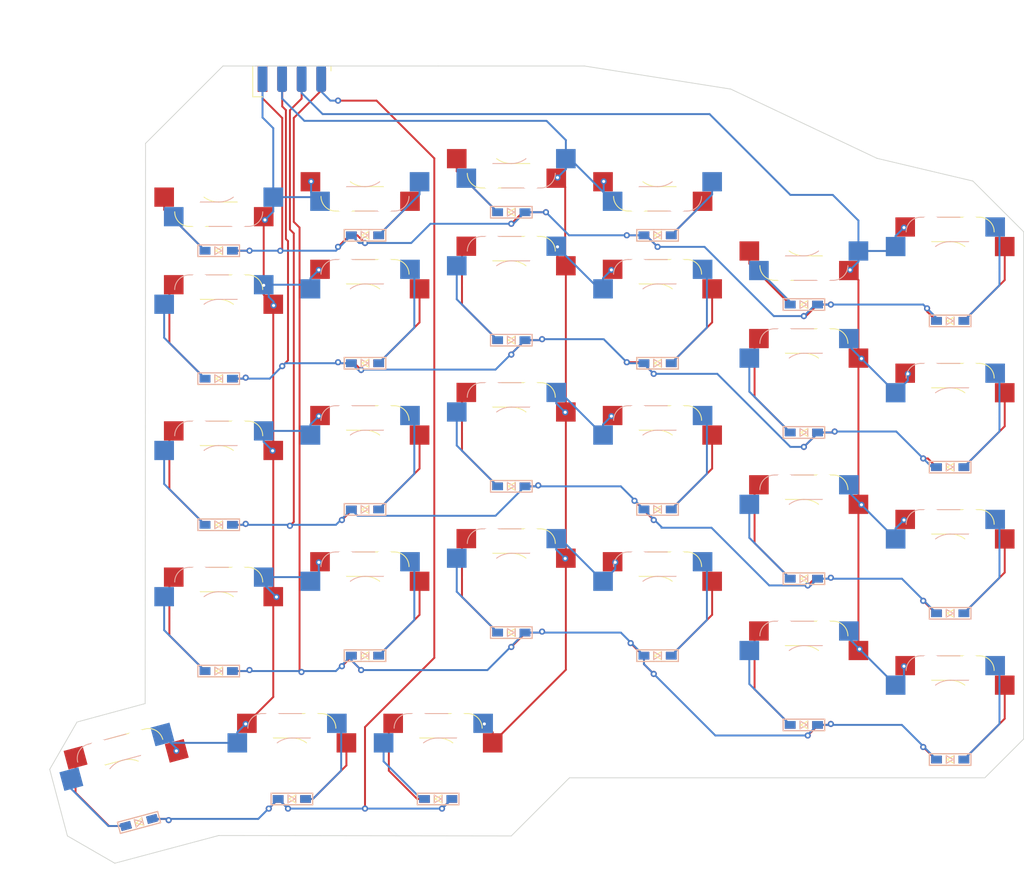
<source format=kicad_pcb>
(kicad_pcb (version 20221018) (generator pcbnew)
  (title_block (title "Pragmatic 54A (Duplex Matrix)") (date "2023-09-16") (rev "1") (company "Pragmatic Inc.") (comment 1 "by James Sa"))
  (layers (0 "F.Cu" signal) (31 "B.Cu" signal) (34 "B.Paste" user) (35 "F.Paste" user) (36 "B.SilkS" user "B.Silkscreen") (37 "F.SilkS" user "F.Silkscreen") (38 "B.Mask" user) (39 "F.Mask" user) (44 "Edge.Cuts" user))
  (net 0 "")
  (net 1 "Row 1")
  (net 2 "Net-(D1-A)")
  (net 3 "Net-(D2-K)")
  (net 4 "Net-(D3-A)")
  (net 5 "Net-(D4-K)")
  (net 6 "Net-(D5-A)")
  (net 7 "Net-(D6-K)")
  (net 8 "Net-(D7-A)")
  (net 9 "Net-(D8-K)")
  (net 10 "Net-(D9-A)")
  (net 11 "Net-(D10-K)")
  (net 12 "Net-(D11-A)")
  (net 13 "Net-(D12-K)")
  (net 14 "Row 2")
  (net 15 "Net-(D13-A)")
  (net 16 "Net-(D14-K)")
  (net 17 "Net-(D15-A)")
  (net 18 "Net-(D16-K)")
  (net 19 "Net-(D17-A)")
  (net 20 "Net-(D18-K)")
  (net 21 "Net-(D19-A)")
  (net 22 "Net-(D20-K)")
  (net 23 "Net-(D21-A)")
  (net 24 "Net-(D22-K)")
  (net 25 "Net-(D23-A)")
  (net 26 "Net-(D24-K)")
  (net 27 "Row 3")
  (net 28 "Net-(D25-A)")
  (net 29 "Net-(D26-K)")
  (net 30 "Net-(D27-A)")
  (net 31 "Net-(D28-K)")
  (net 32 "Net-(D29-A)")
  (net 33 "Net-(D30-K)")
  (net 34 "Net-(D31-A)")
  (net 35 "Net-(D32-K)")
  (net 36 "Net-(D33-A)")
  (net 37 "Net-(D34-K)")
  (net 38 "Net-(D35-A)")
  (net 39 "Net-(D36-K)")
  (net 40 "Row 4")
  (net 41 "Net-(D37-A)")
  (net 42 "Net-(D38-K)")
  (net 43 "Net-(D39-A)")
  (net 44 "Net-(D40-K)")
  (net 45 "Net-(D41-A)")
  (net 46 "Net-(D42-K)")
  (net 47 "Net-(D43-A)")
  (net 48 "Net-(D44-K)")
  (net 49 "Net-(D45-A)")
  (net 50 "Net-(D46-K)")
  (net 51 "Net-(D47-A)")
  (net 52 "Net-(D48-K)")
  (net 53 "Row 5")
  (net 54 "Net-(D52-K)")
  (net 55 "Net-(D53-A)")
  (net 56 "Net-(D54-K)")
  (net 57 "Net-(D55-A)")
  (net 58 "Net-(D56-K)")
  (net 59 "Net-(D57-A)")
  (net 60 "C12")
  (net 61 "C34")
  (net 62 "C56")
  (footprint "Keyboard_JSA:MX_Hotswap Reverse" (layer "F.Cu") (at 35.865 126.282 15)
    (fp_text reference "SW54" hide)
    (fp_text value "SW_Push_45deg" hide)
  )
  (footprint "Keyboard_JSA:MX_Hotswap" (layer "F.Cu") (at 123.5 111.5)
    (fp_text reference "SW47" hide)
    (fp_text value "SW_Push_45deg" hide)
  )
  (footprint "Keyboard_Foostan:D3_SMD_v2" (layer "F.Cu") (at 142.5 85.125)
    (fp_text reference "D13" hide)
    (fp_text value "1N4448W" hide)
  )
  (footprint "Keyboard_Foostan:D3_SMD_v2" (layer "F.Cu") (at 85.5 87.625)
    (fp_text reference "D28" hide)
    (fp_text value "1N4448W" hide)
  )
  (footprint "Keyboard_JSA:MX_Hotswap Reverse" (layer "F.Cu") (at 104.5 64.5)
    (fp_text reference "SW15" hide)
    (fp_text value "SW_Push_45deg" hide)
  )
  (footprint "Keyboard_JSA:MX_Hotswap" (layer "F.Cu") (at 47.5 104.5)
    (fp_text reference "SW43" hide)
    (fp_text value "SW_Push_45deg" hide)
  )
  (footprint "Keyboard_JSA:MX_Hotswap" (layer "F.Cu") (at 123.5 73.5)
    (fp_text reference "SW23" hide)
    (fp_text value "SW_Push_45deg" hide)
  )
  (footprint "Keyboard_JSA:MX_Hotswap Reverse" (layer "F.Cu") (at 104.5 83.5)
    (fp_text reference "SW27" hide)
    (fp_text value "SW_Push_45deg" hide)
  )
  (footprint "Keyboard_JSA:MX_Hotswap Reverse" (layer "F.Cu") (at 142.5 78)
    (fp_text reference "SW13" hide)
    (fp_text value "SW_Push_45deg" hide)
  )
  (footprint "Keyboard_Foostan:D3_SMD_v2" (layer "F.Cu") (at 85.5 52)
    (fp_text reference "D4" hide)
    (fp_text value "1N4448W" hide)
  )
  (footprint "Keyboard_JSA:MX_Hotswap Reverse" (layer "F.Cu") (at 142.5 59)
    (fp_text reference "SW1" hide)
    (fp_text value "SW_Push_45deg" hide)
  )
  (footprint "Keyboard_Foostan:D3_SMD_v2" (layer "F.Cu") (at 37.15 131.3 15)
    (fp_text reference "D54" hide)
    (fp_text value "1N4448W" hide)
  )
  (footprint "Keyboard_JSA:MX_Hotswap Reverse" (layer "F.Cu") (at 47.5 47.5 180)
    (fp_text reference "SW6" hide)
    (fp_text value "SW_Push_45deg" hide)
  )
  (footprint "Keyboard_Foostan:D3_SMD_v2" (layer "F.Cu") (at 47.5 92.625)
    (fp_text reference "D30" hide)
    (fp_text value "1N4448W" hide)
  )
  (footprint "Keyboard_Foostan:D3_SMD_v2" (layer "F.Cu") (at 142.5 123.125)
    (fp_text reference "D37" hide)
    (fp_text value "1N4448W" hide)
  )
  (footprint "Keyboard_JSA:MX_Hotswap" (layer "F.Cu") (at 142.5 78)
    (fp_text reference "SW24" hide)
    (fp_text value "SW_Push_45deg" hide)
  )
  (footprint "Keyboard_JSA:MX_Hotswap" (layer "F.Cu") (at 85.5 42.5 180)
    (fp_text reference "SW9" hide)
    (fp_text value "SW_Push_45deg" hide)
  )
  (footprint "Keyboard_JSA:MX_Hotswap" (layer "F.Cu") (at 104.5 45.5 180)
    (fp_text reference "SW10" hide)
    (fp_text value "SW_Push_45deg" hide)
  )
  (footprint "Keyboard_JSA:MX_Hotswap Reverse" (layer "F.Cu") (at 76 123.5)
    (fp_text reference "SW52" hide)
    (fp_text value "SW_Push_45deg" hide)
  )
  (footprint "Keyboard_JSA:MX_Hotswap Reverse" (layer "F.Cu") (at 66.5 83.5)
    (fp_text reference "SW29" hide)
    (fp_text value "SW_Push_45deg" hide)
  )
  (footprint "Keyboard_Foostan:D3_SMD_v2" (layer "F.Cu") (at 142.5 104.125)
    (fp_text reference "D25" hide)
    (fp_text value "1N4448W" hide)
  )
  (footprint "Keyboard_JSA:MX_Hotswap" (layer "F.Cu") (at 85.5 80.5)
    (fp_text reference "SW33" hide)
    (fp_text value "SW_Push_45deg" hide)
  )
  (footprint "Keyboard_Foostan:D3_SMD_v2" (layer "F.Cu") (at 57 128.25)
    (fp_text reference "D53" hide)
    (fp_text value "1N4448W" hide)
  )
  (footprint "Keyboard_Foostan:D3_SMD_v2" (layer "F.Cu") (at 123.5 64)
    (fp_text reference "D2" hide)
    (fp_text value "1N4448W" hide)
  )
  (footprint "Keyboard_JSA:MX_Hotswap" (layer "F.Cu") (at 104.5 64.5)
    (fp_text reference "SW22" hide)
    (fp_text value "SW_Push_45deg" hide)
  )
  (footprint "Keyboard_JSA:MX_Hotswap Reverse" (layer "F.Cu") (at 66.5 64.5)
    (fp_text reference "SW17" hide)
    (fp_text value "SW_Push_45deg" hide)
  )
  (footprint "Keyboard_JSA:MX_Hotswap" (layer "F.Cu") (at 76 123.5)
    (fp_text reference "SW57" hide)
    (fp_text value "SW_Push_45deg" hide)
  )
  (footprint "Keyboard_JSA:MX_Hotswap" (layer "F.Cu") (at 35.865 126.282 15)
    (fp_text reference "SW55" hide)
    (fp_text value "SW_Push_45deg" hide)
  )
  (footprint "Keyboard_JSA:MX_Hotswap Reverse" (layer "F.Cu") (at 66.5 102.5)
    (fp_text reference "SW41" hide)
    (fp_text value "SW_Push_45deg" hide)
  )
  (footprint "Keyboard_JSA:MX_Hotswap Reverse" (layer "F.Cu") (at 85.5 80.5)
    (fp_text reference "SW28" hide)
    (fp_text value "SW_Push_45deg" hide)
  )
  (footprint "Keyboard_JSA:MX_Hotswap" (layer "F.Cu") (at 123.5 54.5 180)
    (fp_text reference "SW11" hide)
    (fp_text value "SW_Push_45deg" hide)
  )
  (footprint "Keyboard_Foostan:D3_SMD_v2" (layer "F.Cu") (at 123.5 99.625)
    (fp_text reference "D26" hide)
    (fp_text value "1N4448W" hide)
  )
  (footprint "Keyboard_JSA:MX_Hotswap Reverse" (layer "F.Cu") (at 123.5 111.5)
    (fp_text reference "SW38" hide)
    (fp_text value "SW_Push_45deg" hide)
  )
  (footprint "Keyboard_JSA:MX_Hotswap" (layer "F.Cu") (at 85.5 61.5)
    (fp_text reference "SW21" hide)
    (fp_text value "SW_Push_45deg" hide)
  )
  (footprint "Keyboard_JSA:MX_Hotswap" (layer "F.Cu") (at 85.5 99.5)
    (fp_text reference "SW45" hide)
    (fp_text value "SW_Push_45deg" hide)
  )
  (footprint "Keyboard_JSA:MX_Hotswap" (layer "F.Cu") (at 47.5 66.5)
    (fp_text reference "SW19" hide)
    (fp_text value "SW_Push_45deg" hide)
  )
  (footprint "Keyboard_JSA:MX_Hotswap" (layer "F.Cu") (at 142.5 97)
    (fp_text reference "SW36" hide)
    (fp_text value "SW_Push_45deg" hide)
  )
  (footprint "Keyboard_JSA:MX_Hotswap Reverse" (layer "F.Cu") (at 123.5 54.5 180)
    (fp_text reference "SW2" hide)
    (fp_text value "SW_Push_45deg" hide)
  )
  (footprint "Keyboard_JSA:MX_Hotswap" (layer "F.Cu") (at 66.5 64.5)
    (fp_text reference "SW20" hide)
    (fp_text value "SW_Push_45deg" hide)
  )
  (footprint "Keyboard_Foostan:D3_SMD_v2" (layer "F.Cu") (at 47.5 73.625)
    (fp_text reference "D18" hide)
    (fp_text value "1N4448W" hide)
  )
  (footprint "Keyboard_Foostan:D3_SMD_v2" (layer "F.Cu") (at 104.5 55)
    (fp_text reference "D3" hide)
    (fp_text value "1N4448W" hide)
  )
  (footprint "Keyboard_JSA:MX_Hotswap" (layer "F.Cu") (at 104.5 83.5)
    (fp_text reference "SW34" hide)
    (fp_text value "SW_Push_45deg" hide)
  )
  (footprint "Keyboard_JSA:MX_Hotswap" (layer "F.Cu") (at 66.5 102.5)
    (fp_text reference "SW44" hide)
    (fp_text value "SW_Push_45deg" hide)
  )
  (footprint "Keyboard_JSA:MX_Hotswap" (layer "F.Cu") (at 142.5 116)
    (fp_text reference "SW48" hide)
    (fp_text value "SW_Push_45deg" hide)
  )
  (footprint "Keyboard_JSA:MX_Hotswap Reverse" (layer "F.Cu") (at 47.5 104.5)
    (fp_text reference "SW42" hide)
    (fp_text value "SW_Push_45deg" hide)
  )
  (footprint "Keyboard_JSA:MX_Hotswap" (layer "F.Cu") (at 104.5 102.5)
    (fp_text reference "SW46" hide)
    (fp_text value "SW_Push_45deg" hide)
  )
  (footprint "Keyboard_Foostan:D3_SMD_v2" (layer "F.Cu") (at 123.5 80.625)
    (fp_text reference "D14" hide)
    (fp_text value "1N4448W" hide)
  )
  (footprint "Keyboard_Foostan:D3_SMD_v2" (layer "F.Cu") (at 47.5 57)
    (fp_text reference "D6" hide)
    (fp_text value "1N4448W" hide)
  )
  (footprint "Keyboard_Foostan:D3_SMD_v2" (layer "F.Cu") (at 104.5 71.625)
    (fp_text reference "D15" hide)
    (fp_text value "1N4448W" hide)
  )
  (footprint "Keyboard_Foostan:D3_SMD_v2" (layer "F.Cu") (at 47.5 111.625)
    (fp_text reference "D42" hide)
    (fp_text value "1N4448W" hide)
  )
  (footprint "Keyboard_JSA:MX_Hotswap Reverse" (layer "F.Cu") (at 85.5 61.5)
    (fp_text reference "SW16" hide)
    (fp_text value "SW_Push_45deg" hide)
  )
  (footprint "Keyboard_Foostan:D3_SMD_v2" (layer "F.Cu") (at 123.5 118.625)
    (fp_text reference "D38" hide)
    (fp_text value "1N4448W" hide)
  )
  (footprint "Keyboard_JSA:matrix_connector" (layer "F.Cu") (at 57 33 -90)
    (fp_text reference "J1" hide)
    (fp_text value "Conn_02x04_Odd_Even")
    (fp_line (start 0 -4.75) (end 0 4.75) (stroke (width 0.12)) (layer "Edge.Cuts"))
  )
  (footprint "Keyboard_JSA:MX_Hotswap Reverse" (layer "F.Cu") (at 104.5 102.5)
    (fp_text reference "SW39" hide)
    (fp_text value "SW_Push_45deg" hide)
  )
  (footprint "Keyboard_Foostan:D3_SMD_v2" (layer "F.Cu") (at 66.5 109.625)
    (fp_text reference "D41" hide)
    (fp_text value "1N4448W" hide)
  )
  (footprint "Keyboard_JSA:MX_Hotswap" (layer "F.Cu") (at 66.5 45.5 180)
    (fp_text reference "SW8" hide)
    (fp_text value "SW_Push_45deg" hide)
  )
  (footprint "Keyboard_JSA:MX_Hotswap Reverse" (layer "F.Cu") (at 66.5 45.5 180)
    (fp_text reference "SW5" hide)
    (fp_text value "SW_Push_45deg" hide)
  )
  (footprint "Keyboard_Foostan:D3_SMD_v2" (layer "F.Cu") (at 66.5 55)
    (fp_text reference "D5" hide)
    (fp_text value "1N4448W" hide)
  )
  (footprint "Keyboard_JSA:MX_Hotswap" (layer "F.Cu") (at 66.5 83.5)
    (fp_text reference "SW32" hide)
    (fp_text value "SW_Push_45deg" hide)
  )
  (footprint "Keyboard_Foostan:D3_SMD_v2" (layer "F.Cu") (at 66.5 71.625)
    (fp_text reference "D17" hide)
    (fp_text value "1N4448W" hide)
  )
  (footprint "Keyboard_JSA:MX_Hotswap Reverse" (layer "F.Cu") (at 47.5 66.5)
    (fp_text reference "SW18" hide)
    (fp_text value "SW_Push_45deg" hide)
  )
  (footprint "Keyboard_JSA:MX_Hotswap Reverse" (layer "F.Cu") (at 123.5 92.5)
    (fp_text reference "SW26" hide)
    (fp_text value "SW_Push_45deg" hide)
  )
  (footprint "Keyboard_JSA:MX_Hotswap Reverse" (layer "F.Cu") (at 57 123.5)
    (fp_text reference "SW53" hide)
    (fp_text value "SW_Push_45deg" hide)
  )
  (footprint "Keyboard_JSA:MX_Hotswap Reverse" (layer "F.Cu") (at 85.5 42.5 180)
    (fp_text reference "SW4" hide)
    (fp_text value "SW_Push_45deg" hide)
  )
  (footprint "Keyboard_Foostan:D3_SMD_v2" (layer "F.Cu") (at 76 128.25)
    (fp_text reference "D52" hide)
    (fp_text value "1N4448W" hide)
  )
  (footprint "Keyboard_JSA:MX_Hotswap Reverse" (layer "F.Cu") (at 123.5 73.5)
    (fp_text reference "SW14" hide)
    (fp_text value "SW_Push_45deg" hide)
  )
  (footprint "Keyboard_Foostan:D3_SMD_v2" (layer "F.Cu") (at 85.5 106.625)
    (fp_text reference "D40" hide)
    (fp_text value "1N4448W" hide)
  )
  (footprint "Keyboard_JSA:MX_Hotswap Reverse" (layer "F.Cu") (at 142.5 116)
    (fp_text reference "SW37" hide)
    (fp_text value "SW_Push_45deg" hide)
  )
  (footprint "Keyboard_Foostan:D3_SMD_v2" (layer "F.Cu") (at 66.5 90.625)
    (fp_text reference "D29" hide)
    (fp_text value "1N4448W" hide)
  )
  (footprint "Keyboard_JSA:MX_Hotswap" (layer "F.Cu") (at 142.5 59)
    (fp_text reference "SW12" hide)
    (fp_text value "SW_Push_45deg" hide)
  )
  (footprint "Keyboard_JSA:MX_Hotswap" (layer "F.Cu") (at 47.5 85.5)
    (fp_text reference "SW31" hide)
    (fp_text value "SW_Push_45deg" hide)
  )
  (footprint "Keyboard_Foostan:D3_SMD_v2" (layer "F.Cu") (at 104.5 109.625)
    (fp_text reference "D39" hide)
    (fp_text value "1N4448W" hide)
  )
  (footprint "Keyboard_JSA:MX_Hotswap Reverse" (layer "F.Cu") (at 142.5 97)
    (fp_text reference "SW25" hide)
    (fp_text value "SW_Push_45deg" hide)
  )
  (footprint "Keyboard_JSA:MX_Hotswap" (layer "F.Cu") (at 123.5 92.5)
    (fp_text reference "SW35" hide)
    (fp_text value "SW_Push_45deg" hide)
  )
  (footprint "Keyboard_JSA:MX_Hotswap Reverse" (layer "F.Cu") (at 47.5 85.5)
    (fp_text reference "SW30" hide)
    (fp_text value "SW_Push_45deg" hide)
  )
  (footprint "Keyboard_Foostan:D3_SMD_v2" (layer "F.Cu") (at 104.5 90.625)
    (fp_text reference "D27" hide)
    (fp_text value "1N4448W" hide)
  )
  (footprint "Keyboard_JSA:MX_Hotswap" (layer "F.Cu") (at 57 123.5)
    (fp_text reference "SW56" hide)
    (fp_text value "SW_Push_45deg" hide)
  )
  (footprint "Keyboard_JSA:MX_Hotswap" (layer "F.Cu") (at 47.5 47.5 180)
    (fp_text reference "SW7" hide)
    (fp_text value "SW_Push_45deg" hide)
  )
  (footprint "Keyboard_JSA:MX_Hotswap Reverse" (layer "F.Cu") (at 104.5 45.5 180)
    (fp_text reference "SW3" hide)
    (fp_text value "SW_Push_45deg" hide)
  )
  (footprint "Keyboard_JSA:MX_Hotswap Reverse" (layer "F.Cu") (at 85.5 99.5)
    (fp_text reference "SW40" hide)
    (fp_text value "SW_Push_45deg" hide)
  )
  (footprint "Keyboard_Foostan:D3_SMD_v2" (layer "F.Cu") (at 85.5 68.625)
    (fp_text reference "D16" hide)
    (fp_text value "1N4448W" hide)
  )
  (footprint "Keyboard_Foostan:D3_SMD_v2" (layer "F.Cu") (at 142.5 66.125)
    (fp_text reference "D1" hide)
    (fp_text value "1N4448W" hide)
  )
  (footprint "Keyboard_Foostan:D3_SMD_v2" (layer "B.Cu") (at 66.5 71.625 180)
    (fp_text reference "D20" hide)
    (fp_text value "1N4448W" hide)
  )
  (footprint "Keyboard_Foostan:D3_SMD_v2" (layer "B.Cu") (at 47.5 57 180)
    (fp_text reference "D7" hide)
    (fp_text value "1N4448W" hide)
  )
  (footprint "Keyboard_Foostan:D3_SMD_v2" (layer "B.Cu") (at 66.5 55 180)
    (fp_text reference "D8" hide)
    (fp_text value "1N4448W" hide)
  )
  (footprint "Keyboard_Foostan:D3_SMD_v2" (layer "B.Cu") (at 123.5 99.625 180)
    (fp_text reference "D35" hide)
    (fp_text value "1N4448W" hide)
  )
  (footprint "Keyboard_Foostan:D3_SMD_v2" (layer "B.Cu") (at 66.5 90.625 180)
    (fp_text reference "D32" hide)
    (fp_text value "1N4448W" hide)
  )
  (footprint "Keyboard_Foostan:D3_SMD_v2" (layer "B.Cu") (at 104.5 55 180)
    (fp_text reference "D10" hide)
    (fp_text value "1N4448W" hide)
  )
  (footprint "Keyboard_Foostan:D3_SMD_v2" (layer "B.Cu") (at 123.5 64 180)
    (fp_text reference "D11" hide)
    (fp_text value "1N4448W" hide)
  )
  (footprint "Keyboard_Foostan:D3_SMD_v2" (layer "B.Cu") (at 85.5 106.625 180)
    (fp_text reference "D45" hide)
    (fp_text value "1N4448W" hide)
  )
  (footprint "Keyboard_Foostan:D3_SMD_v2" (layer "B.Cu") (at 142.5 123.125 180)
    (fp_text reference "D48" hide)
    (fp_text value "1N4448W" hide)
  )
  (footprint "Keyboard_Foostan:D3_SMD_v2" (layer "B.Cu") (at 142.5 104.125 180)
    (fp_text reference "D36" hide)
    (fp_text value "1N4448W" hide)
  )
  (footprint "Keyboard_Foostan:D3_SMD_v2" (layer "B.Cu") (at 47.5 111.625 180)
    (fp_text reference "D43" hide)
    (fp_text value "1N4448W" hide)
  )
  (footprint "Keyboard_Foostan:D3_SMD_v2" (layer "B.Cu") (at 142.5 66.125 180)
    (fp_text reference "D12" hide)
    (fp_text value "1N4448W" hide)
  )
  (footprint "Keyboard_Foostan:D3_SMD_v2" (layer "B.Cu") (at 85.5 52 180)
    (fp_text reference "D9" hide)
    (fp_text value "1N4448W" hide)
  )
  (footprint "Keyboard_Foostan:D3_SMD_v2" (layer "B.Cu") (at 47.5 73.625 180)
    (fp_text reference "D19" hide)
    (fp_text value "1N4448W" hide)
  )
  (footprint "Keyboard_Foostan:D3_SMD_v2" (layer "B.Cu") (at 57 128.25 180)
    (fp_text reference "D56" hide)
    (fp_text value "1N4448W" hide)
  )
  (footprint "Keyboard_Foostan:D3_SMD_v2" (layer "B.Cu") (at 85.5 68.625 180)
    (fp_text reference "D21" hide)
    (fp_text value "1N4448W" hide)
  )
  (footprint "Keyboard_Foostan:D3_SMD_v2" (layer "B.Cu") (at 37.15 131.3 -165)
    (fp_text reference "D55" hide)
    (fp_text value "1N4448W" hide)
  )
  (footprint "Keyboard_Foostan:D3_SMD_v2" (layer "B.Cu") (at 104.5 90.625 180)
    (fp_text reference "D34" hide)
    (fp_text value "1N4448W" hide)
  )
  (footprint "Keyboard_Foostan:D3_SMD_v2" (layer "B.Cu") (at 104.5 109.625 180)
    (fp_text reference "D46" hide)
    (fp_text value "1N4448W" hide)
  )
  (footprint "Keyboard_Foostan:D3_SMD_v2" (layer "B.Cu") (at 47.5 92.625 180)
    (fp_text reference "D31" hide)
    (fp_text value "1N4448W" hide)
  )
  (footprint "Keyboard_Foostan:D3_SMD_v2" (layer "B.Cu") (at 123.5 118.625 180)
    (fp_text reference "D47" hide)
    (fp_text value "1N4448W" hide)
  )
  (footprint "Keyboard_Foostan:D3_SMD_v2" (layer "B.Cu") (at 76 128.25 180)
    (fp_text reference "D57" hide)
    (fp_text value "1N4448W" hide)
  )
  (footprint "Keyboard_Foostan:D3_SMD_v2" (layer "B.Cu") (at 142.5 85.125 180)
    (fp_text reference "D24" hide)
    (fp_text value "1N4448W" hide)
  )
  (footprint "Keyboard_Foostan:D3_SMD_v2" (layer "B.Cu") (at 85.5 87.625 180)
    (fp_text reference "D33" hide)
    (fp_text value "1N4448W" hide)
  )
  (footprint "Keyboard_Foostan:D3_SMD_v2" (layer "B.Cu") (at 66.5 109.625 180)
    (fp_text reference "D44" hide)
    (fp_text value "1N4448W" hide)
  )
  (footprint "Keyboard_Foostan:D3_SMD_v2" (layer "B.Cu") (at 104.5 71.625 180)
    (fp_text reference "D22" hide)
    (fp_text value "1N4448W" hide)
  )
  (footprint "Keyboard_Foostan:D3_SMD_v2" (layer "B.Cu") (at 123.5 80.625 180)
    (fp_text reference "D23" hide)
    (fp_text value "1N4448W" hide)
  )
  (gr_line (start 38 43.05) (end 48.05 33) (stroke (width 0.1)) (layer "Edge.Cuts"))
  (gr_line (start 85.5 133.05) (end 93.05 125.5) (stroke (width 0.1)) (layer "Edge.Cuts"))
  (gr_line (start 145.45 47.95) (end 152.05 54.55) (stroke (width 0.1)) (layer "Edge.Cuts"))
  (gr_line (start 152.05 54.55) (end 152.05 120.45) (stroke (width 0.1)) (layer "Edge.Cuts"))
  (gr_line (start 133 45) (end 145.45 47.95) (stroke (width 0.1)) (layer "Edge.Cuts"))
  (gr_line (start 29.1 118.25) (end 37.95 115.85) (stroke (width 0.1)) (layer "Edge.Cuts"))
  (gr_line (start 76 33) (end 95 33) (stroke (width 0.1)) (layer "Edge.Cuts"))
  (gr_line (start 147 125.5) (end 93.05 125.5) (stroke (width 0.1)) (layer "Edge.Cuts"))
  (gr_line (start 95 33) (end 114 36) (stroke (width 0.1)) (layer "Edge.Cuts"))
  (gr_line (start 61.75 33) (end 76 33) (stroke (width 0.1)) (layer "Edge.Cuts"))
  (gr_line (start 25.55 124.4) (end 29.1 118.25) (stroke (width 0.1)) (layer "Edge.Cuts"))
  (gr_line (start 114 36) (end 133 45) (stroke (width 0.1)) (layer "Edge.Cuts"))
  (gr_line (start 37.95 115.85) (end 38 43.05) (stroke (width 0.1)) (layer "Edge.Cuts"))
  (gr_line (start 27.85 133.05) (end 34 136.6) (stroke (width 0.1)) (layer "Edge.Cuts"))
  (gr_line (start 147 125.5) (end 152.05 120.45) (stroke (width 0.1)) (layer "Edge.Cuts"))
  (gr_line (start 47.5 133) (end 34 136.6) (stroke (width 0.1)) (layer "Edge.Cuts"))
  (gr_line (start 85.5 133.05) (end 47.5 133) (stroke (width 0.1)) (layer "Edge.Cuts"))
  (gr_line (start 27.85 133.05) (end 25.55 124.4) (stroke (width 0.1)) (layer "Edge.Cuts"))
  (gr_line (start 52.25 33) (end 48.05 33) (stroke (width 0.1)) (layer "Edge.Cuts"))
  (segment (start 100.5 55) (end 102.725 55) (width 0.25) (layer "F.Cu") (net 1))
  (segment (start 55.75 39.760125) (end 55.75 56.762653) (width 0.25) (layer "F.Cu") (net 1))
  (segment (start 102.725 55) (end 103 55) (width 0.25) (layer "F.Cu") (net 1))
  (segment (start 87.275 52) (end 90 52) (width 0.25) (layer "F.Cu") (net 1))
  (segment (start 64.5 55) (end 63 56.5) (width 0.25) (layer "F.Cu") (net 1))
  (segment (start 64.725 55) (end 64.5 55) (width 0.25) (layer "F.Cu") (net 1))
  (segment (start 55.75 56.762653) (end 55.5 57.012653) (width 0.25) (layer "F.Cu") (net 1))
  (segment (start 103 55) (end 104.5 56.5) (width 0.25) (layer "F.Cu") (net 1))
  (segment (start 64.725 55) (end 65.5 55) (width 0.25) (layer "F.Cu") (net 1))
  (segment (start 53.19 34.651) (end 53.19 37.200125) (width 0.25) (layer "F.Cu") (net 1))
  (segment (start 139.5 64.9) (end 140.725 66.125) (width 0.25) (layer "F.Cu") (net 1))
  (segment (start 49.275 57) (end 51.5 57) (width 0.25) (layer "F.Cu") (net 1))
  (segment (start 123.775 65.5) (end 125.275 64) (width 0.25) (layer "F.Cu") (net 1))
  (segment (start 65.5 55) (end 66.5 56) (width 0.25) (layer "F.Cu") (net 1))
  (segment (start 125.275 64) (end 127 64) (width 0.25) (layer "F.Cu") (net 1))
  (segment (start 87 52) (end 85.5 53.5) (width 0.25) (layer "F.Cu") (net 1))
  (segment (start 123.5 65.5) (end 123.775 65.5) (width 0.25) (layer "F.Cu") (net 1))
  (segment (start 139.5 64.5) (end 139.5 64.9) (width 0.25) (layer "F.Cu") (net 1))
  (segment (start 87.275 52) (end 87 52) (width 0.25) (layer "F.Cu") (net 1))
  (segment (start 53.19 37.200125) (end 55.75 39.760125) (width 0.25) (layer "F.Cu") (net 1))
  (via (at 55.5 57.012653) (size 0.8) (drill 0.4) (layers "F.Cu" "B.Cu") (net 1))
  (via (at 51.5 57) (size 0.8) (drill 0.4) (layers "F.Cu" "B.Cu") (net 1))
  (via (at 90 52) (size 0.8) (drill 0.4) (layers "F.Cu" "B.Cu") (net 1))
  (via (at 139.5 64.5) (size 0.8) (drill 0.4) (layers "F.Cu" "B.Cu") (net 1))
  (via (at 85.5 53.5) (size 0.8) (drill 0.4) (layers "F.Cu" "B.Cu") (net 1))
  (via (at 100.5 55) (size 0.8) (drill 0.4) (layers "F.Cu" "B.Cu") (net 1))
  (via (at 66.5 56) (size 0.8) (drill 0.4) (layers "F.Cu" "B.Cu") (net 1))
  (via (at 63 56.5) (size 0.8) (drill 0.4) (layers "F.Cu" "B.Cu") (net 1))
  (via (at 123.5 65.5) (size 0.8) (drill 0.4) (layers "F.Cu" "B.Cu") (net 1))
  (via (at 104.5 56.5) (size 0.8) (drill 0.4) (layers "F.Cu" "B.Cu") (net 1))
  (via (at 127 64) (size 0.8) (drill 0.4) (layers "F.Cu" "B.Cu") (net 1))
  (segment (start 102.725 55) (end 103 55) (width 0.25) (layer "B.Cu") (net 1))
  (segment (start 87.275 52) (end 90 52) (width 0.25) (layer "B.Cu") (net 1))
  (segment (start 72.5 56) (end 75 53.5) (width 0.25) (layer "B.Cu") (net 1))
  (segment (start 125 64) (end 123.5 65.5) (width 0.25) (layer "B.Cu") (net 1))
  (segment (start 49.275 57) (end 62.725 57) (width 0.25) (layer "B.Cu") (net 1))
  (segment (start 139 64) (end 139.5 64.5) (width 0.25) (layer "B.Cu") (net 1))
  (segment (start 127 64) (end 125.275 64) (width 0.25) (layer "B.Cu") (net 1))
  (segment (start 110.597 56.5) (end 119.597 65.5) (width 0.25) (layer "B.Cu") (net 1))
  (segment (start 119.597 65.5) (end 123.5 65.5) (width 0.25) (layer "B.Cu") (net 1))
  (segment (start 85.775 53.5) (end 87.275 52) (width 0.25) (layer "B.Cu") (net 1))
  (segment (start 64.725 55) (end 65.725 56) (width 0.25) (layer "B.Cu") (net 1))
  (segment (start 93 55) (end 100.5 55) (width 0.25) (layer "B.Cu") (net 1))
  (segment (start 62.725 57) (end 64.725 55) (width 0.25) (layer "B.Cu") (net 1))
  (segment (start 127 64) (end 139 64) (width 0.25) (layer "B.Cu") (net 1))
  (segment (start 90 52) (end 93 55) (width 0.25) (layer "B.Cu") (net 1))
  (segment (start 104.5 56.5) (end 110.597 56.5) (width 0.25) (layer "B.Cu") (net 1))
  (segment (start 125.275 64) (end 125 64) (width 0.25) (layer "B.Cu") (net 1))
  (segment (start 140.725 65.725) (end 139.5 64.5) (width 0.25) (layer "B.Cu") (net 1))
  (segment (start 75 53.5) (end 85.775 53.5) (width 0.25) (layer "B.Cu") (net 1))
  (segment (start 65.725 56) (end 72.5 56) (width 0.25) (layer "B.Cu") (net 1))
  (segment (start 102.725 55) (end 100.5 55) (width 0.25) (layer "B.Cu") (net 1))
  (segment (start 103 55) (end 104.5 56.5) (width 0.25) (layer "B.Cu") (net 1))
  (segment (start 140.725 66.125) (end 140.725 65.725) (width 0.25) (layer "B.Cu") (net 1))
  (segment (start 149.585 60.815) (end 144.275 66.125) (width 0.25) (layer "F.Cu") (net 2))
  (segment (start 149.585 56.46) (end 149.585 60.815) (width 0.25) (layer "F.Cu") (net 2))
  (segment (start 116.415 58.69) (end 121.725 64) (width 0.25) (layer "F.Cu") (net 3))
  (segment (start 116.415 57.04) (end 116.415 58.69) (width 0.25) (layer "F.Cu") (net 3))
  (segment (start 110.342 50.933) (end 106.275 55) (width 0.25) (layer "F.Cu") (net 4))
  (segment (start 110.342 50.58) (end 110.342 50.933) (width 0.25) (layer "F.Cu") (net 4))
  (segment (start 78.415 46.69) (end 83.725 52) (width 0.25) (layer "F.Cu") (net 5))
  (segment (start 78.415 45.04) (end 78.415 46.69) (width 0.25) (layer "F.Cu") (net 5))
  (segment (start 72.342 50.58) (end 72.342 50.933) (width 0.25) (layer "F.Cu") (net 6))
  (segment (start 72.342 50.933) (end 68.275 55) (width 0.25) (layer "F.Cu") (net 6))
  (segment (start 40.415 51.69) (end 45.725 57) (width 0.25) (layer "F.Cu") (net 7))
  (segment (start 40.415 50.04) (end 40.415 51.69) (width 0.25) (layer "F.Cu") (net 7))
  (segment (start 41.658 52.933) (end 45.725 57) (width 0.25) (layer "B.Cu") (net 8))
  (segment (start 41.658 52.58) (end 41.658 52.933) (width 0.25) (layer "B.Cu") (net 8))
  (segment (start 73.585 49.69) (end 68.275 55) (width 0.25) (layer "B.Cu") (net 9))
  (segment (start 73.585 48.04) (end 73.585 49.69) (width 0.25) (layer "B.Cu") (net 9))
  (segment (start 79.658 47.58) (end 79.658 47.933) (width 0.25) (layer "B.Cu") (net 10))
  (segment (start 79.658 47.933) (end 83.725 52) (width 0.25) (layer "B.Cu") (net 10))
  (segment (start 111.585 49.69) (end 106.275 55) (width 0.25) (layer "B.Cu") (net 11))
  (segment (start 111.585 48.04) (end 111.585 49.69) (width 0.25) (layer "B.Cu") (net 11))
  (segment (start 121.725 63.647) (end 121.725 64) (width 0.25) (layer "B.Cu") (net 12))
  (segment (start 117.658 59.58) (end 121.725 63.647) (width 0.25) (layer "B.Cu") (net 12))
  (segment (start 148.905 61.495) (end 144.275 66.125) (width 0.25) (layer "B.Cu") (net 13))
  (segment (start 148.905 54.483) (end 148.905 61.495) (width 0.25) (layer "B.Cu") (net 13))
  (segment (start 56.225 38.725) (end 56.225 55.475) (width 0.25) (layer "F.Cu") (net 14))
  (segment (start 56.225 55.475) (end 56.5 55.75) (width 0.25) (layer "F.Cu") (net 14))
  (segment (start 50.875 73.625) (end 51 73.5) (width 0.25) (layer "F.Cu") (net 14))
  (segment (start 89.375 68.625) (end 89.5 68.5) (width 0.25) (layer "F.Cu") (net 14))
  (segment (start 55.75 38.25) (end 56.225 38.725) (width 0.25) (layer "F.Cu") (net 14))
  (segment (start 87.275 68.625) (end 85.5 70.4) (width 0.25) (layer "F.Cu") (net 14))
  (segment (start 49.275 73.625) (end 50.875 73.625) (width 0.25) (layer "F.Cu") (net 14))
  (segment (start 55.73 34.651) (end 55.75 34.671) (width 0.25) (layer "F.Cu") (net 14))
  (segment (start 102.725 71.625) (end 102.725 71.725) (width 0.25) (layer "F.Cu") (net 14))
  (segment (start 123.5 82.5) (end 125.275 80.725) (width 0.25) (layer "F.Cu") (net 14))
  (segment (start 63.125 71.625) (end 63 71.5) (width 0.25) (layer "F.Cu") (net 14))
  (segment (start 55.75 34.671) (end 55.75 38.25) (width 0.25) (layer "F.Cu") (net 14))
  (segment (start 125.275 80.725) (end 125.275 80.625) (width 0.25) (layer "F.Cu") (net 14))
  (segment (start 56.5 55.75) (end 56.5 71.25) (width 0.25) (layer "F.Cu") (net 14))
  (segment (start 102.725 71.725) (end 104 73) (width 0.25) (layer "F.Cu") (net 14))
  (segment (start 87.275 68.625) (end 89.375 68.625) (width 0.25) (layer "F.Cu") (net 14))
  (segment (start 102.6 71.5) (end 102.725 71.625) (width 0.25) (layer "F.Cu") (net 14))
  (segment (start 139.6 84) (end 140.725 85.125) (width 0.25) (layer "F.Cu") (net 14))
  (segment (start 56.5 71.25) (end 55.75 72) (width 0.25) (layer "F.Cu") (net 14))
  (segment (start 125.275 80.625) (end 127.375 80.625) (width 0.25) (layer "F.Cu") (net 14))
  (segment (start 139 84) (end 139.6 84) (width 0.25) (layer "F.Cu") (net 14))
  (segment (start 64.725 71.625) (end 65.125 71.625) (width 0.25) (layer "F.Cu") (net 14))
  (segment (start 65.125 71.625) (end 66 72.5) (width 0.25) (layer "F.Cu") (net 14))
  (segment (start 64.725 71.625) (end 63.125 71.625) (width 0.25) (layer "F.Cu") (net 14))
  (segment (start 85.5 70.4) (end 85.5 70.5) (width 0.25) (layer "F.Cu") (net 14))
  (segment (start 100.5 71.5) (end 102.6 71.5) (width 0.25) (layer "F.Cu") (net 14))
  (segment (start 127.375 80.625) (end 127.5 80.5) (width 0.25) (layer "F.Cu") (net 14))
  (via (at 63 71.5) (size 0.8) (drill 0.4) (layers "F.Cu" "B.Cu") (net 14))
  (via (at 104 73) (size 0.8) (drill 0.4) (layers "F.Cu" "B.Cu") (net 14))
  (via (at 100.5 71.5) (size 0.8) (drill 0.4) (layers "F.Cu" "B.Cu") (net 14))
  (via (at 139 84) (size 0.8) (drill 0.4) (layers "F.Cu" "B.Cu") (net 14))
  (via (at 55.75 72) (size 0.8) (drill 0.4) (layers "F.Cu" "B.Cu") (net 14))
  (via (at 123.5 82.5) (size 0.8) (drill 0.4) (layers "F.Cu" "B.Cu") (net 14))
  (via (at 89.5 68.5) (size 0.8) (drill 0.4) (layers "F.Cu" "B.Cu") (net 14))
  (via (at 85.5 70.5) (size 0.8) (drill 0.4) (layers "F.Cu" "B.Cu") (net 14))
  (via (at 66 72.5) (size 0.8) (drill 0.4) (layers "F.Cu" "B.Cu") (net 14))
  (via (at 127.5 80.5) (size 0.8) (drill 0.4) (layers "F.Cu" "B.Cu") (net 14))
  (via (at 51 73.5) (size 0.8) (drill 0.4) (layers "F.Cu" "B.Cu") (net 14))
  (segment (start 121.75 82.5) (end 123.5 82.5) (width 0.25) (layer "B.Cu") (net 14))
  (segment (start 54.125 73.625) (end 55.75 72) (width 0.25) (layer "B.Cu") (net 14))
  (segment (start 112.25 73) (end 121.75 82.5) (width 0.25) (layer "B.Cu") (net 14))
  (segment (start 65.55 72.45) (end 83.45 72.45) (width 0.25) (layer "B.Cu") (net 14))
  (segment (start 127.375 80.625) (end 127.5 80.5) (width 0.25) (layer "B.Cu") (net 14))
  (segment (start 127.5 80.5) (end 135.5 80.5) (width 0.25) (layer "B.Cu") (net 14))
  (segment (start 102.725 71.725) (end 104 73) (width 0.25) (layer "B.Cu") (net 14))
  (segment (start 125.275 80.725) (end 125.275 80.625) (width 0.25) (layer "B.Cu") (net 14))
  (segment (start 102.725 71.625) (end 102.725 71.725) (width 0.25) (layer "B.Cu") (net 14))
  (segment (start 49.275 73.625) (end 54.125 73.625) (width 0.25) (layer "B.Cu") (net 14))
  (segment (start 56.125 71.625) (end 55.75 72) (width 0.25) (layer "B.Cu") (net 14))
  (segment (start 97.5 68.5) (end 100.5 71.5) (width 0.25) (layer "B.Cu") (net 14))
  (segment (start 87.275 68.625) (end 89.375 68.625) (width 0.25) (layer "B.Cu") (net 14))
  (segment (start 64.725 71.625) (end 65.55 72.45) (width 0.25) (layer "B.Cu") (net 14))
  (segment (start 125.275 80.625) (end 127.375 80.625) (width 0.25) (layer "B.Cu") (net 14))
  (segment (start 83.45 72.45) (end 87.275 68.625) (width 0.25) (layer "B.Cu") (net 14))
  (segment (start 135.5 80.5) (end 139 84) (width 0.25) (layer "B.Cu") (net 14))
  (segment (start 104 73) (end 112.25 73) (width 0.25) (layer "B.Cu") (net 14))
  (segment (start 140.725 85.125) (end 140.125 85.125) (width 0.25) (layer "B.Cu") (net 14))
  (segment (start 140.125 85.125) (end 139 84) (width 0.25) (layer "B.Cu") (net 14))
  (segment (start 102.725 71.625) (end 100.625 71.625) (width 0.25) (layer "B.Cu") (net 14))
  (segment (start 89.5 68.5) (end 97.5 68.5) (width 0.25) (layer "B.Cu") (net 14))
  (segment (start 123.5 82.5) (end 125.275 80.725) (width 0.25) (layer "B.Cu") (net 14))
  (segment (start 64.725 71.625) (end 56.125 71.625) (width 0.25) (layer "B.Cu") (net 14))
  (segment (start 100.625 71.625) (end 100.5 71.5) (width 0.25) (layer "B.Cu") (net 14))
  (segment (start 89.375 68.625) (end 89.5 68.5) (width 0.25) (layer "B.Cu") (net 14))
  (segment (start 149.585 79.815) (end 144.275 85.125) (width 0.25) (layer "F.Cu") (net 15))
  (segment (start 149.585 75.46) (end 149.585 79.815) (width 0.25) (layer "F.Cu") (net 15))
  (segment (start 117.095 68.983) (end 117.095 75.995) (width 0.25) (layer "F.Cu") (net 16))
  (segment (start 117.658 68.42) (end 117.095 68.983) (width 0.25) (layer "F.Cu") (net 16))
  (segment (start 117.095 75.995) (end 121.725 80.625) (width 0.25) (layer "F.Cu") (net 16))
  (segment (start 111.585 61.96) (end 111.585 66.315) (width 0.25) (layer "F.Cu") (net 17))
  (segment (start 111.585 66.315) (end 106.275 71.625) (width 0.25) (layer "F.Cu") (net 17))
  (segment (start 79.095 63.995) (end 83.725 68.625) (width 0.25) (layer "F.Cu") (net 18))
  (segment (start 79.095 56.983) (end 79.095 63.995) (width 0.25) (layer "F.Cu") (net 18))
  (segment (start 79.658 56.42) (end 79.095 56.983) (width 0.25) (layer "F.Cu") (net 18))
  (segment (start 73.585 61.96) (end 73.585 66.315) (width 0.25) (layer "F.Cu") (net 19))
  (segment (start 73.585 66.315) (end 68.275 71.625) (width 0.25) (layer "F.Cu") (net 19))
  (segment (start 41.095 68.995) (end 45.725 73.625) (width 0.25) (layer "F.Cu") (net 20))
  (segment (start 41.095 61.983) (end 41.095 68.995) (width 0.25) (layer "F.Cu") (net 20))
  (segment (start 41.658 61.42) (end 41.095 61.983) (width 0.25) (layer "F.Cu") (net 20))
  (segment (start 40.415 63.96) (end 40.415 68.315) (width 0.25) (layer "B.Cu") (net 21))
  (segment (start 40.415 68.315) (end 45.725 73.625) (width 0.25) (layer "B.Cu") (net 21))
  (segment (start 72.905 59.983) (end 72.905 66.995) (width 0.25) (layer "B.Cu") (net 22))
  (segment (start 72.905 66.995) (end 68.275 71.625) (width 0.25) (layer "B.Cu") (net 22))
  (segment (start 72.342 59.42) (end 72.905 59.983) (width 0.25) (layer "B.Cu") (net 22))
  (segment (start 78.415 58.96) (end 78.415 63.315) (width 0.25) (layer "B.Cu") (net 23))
  (segment (start 78.415 63.315) (end 83.725 68.625) (width 0.25) (layer "B.Cu") (net 23))
  (segment (start 110.342 59.42) (end 110.905 59.983) (width 0.25) (layer "B.Cu") (net 24))
  (segment (start 110.905 66.995) (end 106.275 71.625) (width 0.25) (layer "B.Cu") (net 24))
  (segment (start 110.905 59.983) (end 110.905 66.995) (width 0.25) (layer "B.Cu") (net 24))
  (segment (start 116.415 70.96) (end 116.415 75.315) (width 0.25) (layer "B.Cu") (net 25))
  (segment (start 116.415 75.315) (end 121.725 80.625) (width 0.25) (layer "B.Cu") (net 25))
  (segment (start 148.905 73.483) (end 148.905 80.495) (width 0.25) (layer "B.Cu") (net 26))
  (segment (start 148.905 80.495) (end 144.275 85.125) (width 0.25) (layer "B.Cu") (net 26))
  (segment (start 87.275 87.625) (end 88.875 87.625) (width 0.25) (layer "F.Cu") (net 27))
  (segment (start 49.275 92.625) (end 50.875 92.625) (width 0.25) (layer "F.Cu") (net 27))
  (segment (start 102.725 90.625) (end 102.725 90.725) (width 0.25) (layer "F.Cu") (net 27))
  (segment (start 102.725 90.625) (end 102.625 90.625) (width 0.25) (layer "F.Cu") (net 27))
  (segment (start 124.875 99.625) (end 124 100.5) (width 0.25) (layer "F.Cu") (net 27))
  (segment (start 102.625 90.625) (end 101.5 89.5) (width 0.25) (layer "F.Cu") (net 27))
  (segment (start 64.725 90.625) (end 64.725 90.775) (width 0.25) (layer "F.Cu") (net 27))
  (segment (start 64.725 90.775) (end 63.5 92) (width 0.25) (layer "F.Cu") (net 27))
  (segment (start 126.875 99.625) (end 127 99.5) (width 0.25) (layer "F.Cu") (net 27))
  (segment (start 57.25 92.25) (end 56.75 92.75) (width 0.25) (layer "F.Cu") (net 27))
  (segment (start 57.25 54.75) (end 57.25 92.25) (width 0.25) (layer "F.Cu") (net 27))
  (segment (start 50.875 92.625) (end 51 92.5) (width 0.25) (layer "F.Cu") (net 27))
  (segment (start 58.27 37.23) (end 56.75 38.75) (width 0.25) (layer "F.Cu") (net 27))
  (segment (start 56.75 54.25) (end 57.25 54.75) (width 0.25) (layer "F.Cu") (net 27))
  (segment (start 140.625 104.125) (end 139 102.5) (width 0.25) (layer "F.Cu") (net 27))
  (segment (start 125.275 99.625) (end 124.875 99.625) (width 0.25) (layer "F.Cu") (net 27))
  (segment (start 88.875 87.625) (end 89 87.5) (width 0.25) (layer "F.Cu") (net 27))
  (segment (start 56.75 38.75) (end 56.75 54.25) (width 0.25) (layer "F.Cu") (net 27))
  (segment (start 125.275 99.625) (end 126.875 99.625) (width 0.25) (layer "F.Cu") (net 27))
  (segment (start 102.725 90.725) (end 104 92) (width 0.25) (layer "F.Cu") (net 27))
  (segment (start 58.27 34.651) (end 58.27 37.23) (width 0.25) (layer "F.Cu") (net 27))
  (segment (start 140.725 104.125) (end 140.625 104.125) (width 0.25) (layer "F.Cu") (net 27))
  (via (at 51 92.5) (size 0.8) (drill 0.4) (layers "F.Cu" "B.Cu") (net 27))
  (via (at 124 100.5) (size 0.8) (drill 0.4) (layers "F.Cu" "B.Cu") (net 27))
  (via (at 139 102.5) (size 0.8) (drill 0.4) (layers "F.Cu" "B.Cu") (net 27))
  (via (at 56.75 92.75) (size 0.8) (drill 0.4) (layers "F.Cu" "B.Cu") (net 27))
  (via (at 104 92) (size 0.8) (drill 0.4) (layers "F.Cu" "B.Cu") (net 27))
  (via (at 63.5 92) (size 0.8) (drill 0.4) (layers "F.Cu" "B.Cu") (net 27))
  (via (at 101.5 89.5) (size 0.8) (drill 0.4) (layers "F.Cu" "B.Cu") (net 27))
  (via (at 89 87.5) (size 0.8) (drill 0.4) (layers "F.Cu" "B.Cu") (net 27))
  (via (at 127 99.5) (size 0.8) (drill 0.4) (layers "F.Cu" "B.Cu") (net 27))
  (segment (start 125.275 99.625) (end 136.225 99.625) (width 0.25) (layer "B.Cu") (net 27))
  (segment (start 136.225 99.625) (end 140.725 104.125) (width 0.25) (layer "B.Cu") (net 27))
  (segment (start 49.275 92.625) (end 62.725 92.625) (width 0.25) (layer "B.Cu") (net 27))
  (segment (start 119 100.5) (end 124.4 100.5) (width 0.25) (layer "B.Cu") (net 27))
  (segment (start 124.4 100.5) (end 125.275 99.625) (width 0.25) (layer "B.Cu") (net 27))
  (segment (start 87.275 87.625) (end 99.725 87.625) (width 0.25) (layer "B.Cu") (net 27))
  (segment (start 64.725 90.625) (end 65.55 91.45) (width 0.25) (layer "B.Cu") (net 27))
  (segment (start 83.45 91.45) (end 87.275 87.625) (width 0.25) (layer "B.Cu") (net 27))
  (segment (start 99.725 87.625) (end 102.725 90.625) (width 0.25) (layer "B.Cu") (net 27))
  (segment (start 105 93) (end 111.5 93) (width 0.25) (layer "B.Cu") (net 27))
  (segment (start 62.725 92.625) (end 64.725 90.625) (width 0.25) (layer "B.Cu") (net 27))
  (segment (start 105 92.9) (end 105 93) (width 0.25) (layer "B.Cu") (net 27))
  (segment (start 111.5 93) (end 119 100.5) (width 0.25) (layer "B.Cu") (net 27))
  (segment (start 65.55 91.45) (end 83.45 91.45) (width 0.25) (layer "B.Cu") (net 27))
  (segment (start 102.725 90.625) (end 105 92.9) (width 0.25) (layer "B.Cu") (net 27))
  (segment (start 149.585 98.815) (end 144.275 104.125) (width 0.25) (layer "F.Cu") (net 28))
  (segment (start 149.585 94.46) (end 149.585 98.815) (width 0.25) (layer "F.Cu") (net 28))
  (segment (start 117.095 94.995) (end 121.725 99.625) (width 0.25) (layer "F.Cu") (net 29))
  (segment (start 117.658 87.42) (end 117.095 87.983) (width 0.25) (layer "F.Cu") (net 29))
  (segment (start 117.095 87.983) (end 117.095 94.995) (width 0.25) (layer "F.Cu") (net 29))
  (segment (start 111.585 85.315) (end 106.275 90.625) (width 0.25) (layer "F.Cu") (net 30))
  (segment (start 111.585 80.96) (end 111.585 85.315) (width 0.25) (layer "F.Cu") (net 30))
  (segment (start 79.095 75.983) (end 79.095 82.995) (width 0.25) (layer "F.Cu") (net 31))
  (segment (start 79.095 82.995) (end 83.725 87.625) (width 0.25) (layer "F.Cu") (net 31))
  (segment (start 79.658 75.42) (end 79.095 75.983) (width 0.25) (layer "F.Cu") (net 31))
  (segment (start 73.585 85.315) (end 68.275 90.625) (width 0.25) (layer "F.Cu") (net 32))
  (segment (start 73.585 80.96) (end 73.585 85.315) (width 0.25) (layer "F.Cu") (net 32))
  (segment (start 41.095 80.983) (end 41.095 87.995) (width 0.25) (layer "F.Cu") (net 33))
  (segment (start 41.095 87.995) (end 45.725 92.625) (width 0.25) (layer "F.Cu") (net 33))
  (segment (start 41.658 80.42) (end 41.095 80.983) (width 0.25) (layer "F.Cu") (net 33))
  (segment (start 40.415 87.315) (end 45.725 92.625) (width 0.25) (layer "B.Cu") (net 34))
  (segment (start 40.415 82.96) (end 40.415 87.315) (width 0.25) (layer "B.Cu") (net 34))
  (segment (start 72.905 85.995) (end 68.275 90.625) (width 0.25) (layer "B.Cu") (net 35))
  (segment (start 72.905 78.983) (end 72.905 85.995) (width 0.25) (layer "B.Cu") (net 35))
  (segment (start 72.342 78.42) (end 72.905 78.983) (width 0.25) (layer "B.Cu") (net 35))
  (segment (start 78.415 82.315) (end 83.725 87.625) (width 0.25) (layer "B.Cu") (net 36))
  (segment (start 78.415 77.96) (end 78.415 82.315) (width 0.25) (layer "B.Cu") (net 36))
  (segment (start 110.905 78.983) (end 110.905 85.995) (width 0.25) (layer "B.Cu") (net 37))
  (segment (start 110.905 85.995) (end 106.275 90.625) (width 0.25) (layer "B.Cu") (net 37))
  (segment (start 110.342 78.42) (end 110.905 78.983) (width 0.25) (layer "B.Cu") (net 37))
  (segment (start 116.415 94.315) (end 121.725 99.625) (width 0.25) (layer "B.Cu") (net 38))
  (segment (start 116.415 89.96) (end 116.415 94.315) (width 0.25) (layer "B.Cu") (net 38))
  (segment (start 148.905 92.483) (end 148.905 99.495) (width 0.25) (layer "B.Cu") (net 39))
  (segment (start 148.905 99.495) (end 144.275 104.125) (width 0.25) (layer "B.Cu") (net 39))
  (segment (start 102.725 110.725) (end 104 112) (width 0.25) (layer "F.Cu") (net 40))
  (segment (start 64.725 109.775) (end 63.5 111) (width 0.25) (layer "F.Cu") (net 40))
  (segment (start 58 54) (end 58 111.5) (width 0.25) (layer "F.Cu") (net 40))
  (segment (start 102.625 109.625) (end 101 108) (width 0.25) (layer "F.Cu") (net 40))
  (segment (start 64.725 109.625) (end 64.725 110.225) (width 0.25) (layer "F.Cu") (net 40))
  (segment (start 49.275 111.625) (end 51.375 111.625) (width 0.25) (layer "F.Cu") (net 40))
  (segment (start 126.875 118.625) (end 127 118.5) (width 0.25) (layer "F.Cu") (net 40))
  (segment (start 51.375 111.625) (end 51.5 111.5) (width 0.25) (layer "F.Cu") (net 40))
  (segment (start 60.81 34.651) (end 60.81 36.19) (width 0.25) (layer "F.Cu") (net 40))
  (segment (start 102.725 109.625) (end 102.625 109.625) (width 0.25) (layer "F.Cu") (net 40))
  (segment (start 89.375 106.625) (end 89.5 106.5) (width 0.25) (layer "F.Cu") (net 40))
  (segment (start 58 111.5) (end 58.25 111.75) (width 0.25) (layer "F.Cu") (net 40))
  (segment (start 64.725 110.225) (end 66 111.5) (width 0.25) (layer "F.Cu") (net 40))
  (segment (start 87.275 106.625) (end 89.375 106.625) (width 0.25) (layer "F.Cu") (net 40))
  (segment (start 57.25 53.25) (end 58 54) (width 0.25) (layer "F.Cu") (net 40))
  (segment (start 64.725 109.625) (end 64.725 109.775) (width 0.25) (layer "F.Cu") (net 40))
  (segment (start 140.625 123.125) (end 139 121.5) (width 0.25) (layer "F.Cu") (net 40))
  (segment (start 87.275 106.625) (end 87.275 106.725) (width 0.25) (layer "F.Cu") (net 40))
  (segment (start 125.275 118.625) (end 125.275 118.725) (width 0.25) (layer "F.Cu") (net 40))
  (segment (start 60.81 36.19) (end 57.25 39.75) (width 0.25) (layer "F.Cu") (net 40))
  (segment (start 140.725 123.125) (end 140.625 123.125) (width 0.25) (layer "F.Cu") (net 40))
  (segment (start 102.725 109.625) (end 102.725 110.725) (width 0.25) (layer "F.Cu") (net 40))
  (segment (start 125.275 118.725) (end 124 120) (width 0.25) (layer "F.Cu") (net 40))
  (segment (start 57.25 39.75) (end 57.25 53.25) (width 0.25) (layer "F.Cu") (net 40))
  (segment (start 87.275 106.725) (end 85.5 108.5) (width 0.25) (layer "F.Cu") (net 40))
  (segment (start 125.275 118.625) (end 126.875 118.625) (width 0.25) (layer "F.Cu") (net 40))
  (via (at 85.5 108.5) (size 0.8) (drill 0.4) (layers "F.Cu" "B.Cu") (net 40))
  (via (at 51.5 111.5) (size 0.8) (drill 0.4) (layers "F.Cu" "B.Cu") (net 40))
  (via (at 124 120) (size 0.8) (drill 0.4) (layers "F.Cu" "B.Cu") (net 40))
  (via (at 127 118.5) (size 0.8) (drill 0.4) (layers "F.Cu" "B.Cu") (net 40))
  (via (at 89.5 106.5) (size 0.8) (drill 0.4) (layers "F.Cu" "B.Cu") (net 40))
  (via (at 139 121.5) (size 0.8) (drill 0.4) (layers "F.Cu" "B.Cu") (net 40))
  (via (at 104 112) (size 0.8) (drill 0.4) (layers "F.Cu" "B.Cu") (net 40))
  (via (at 58.25 111.75) (size 0.8) (drill 0.4) (layers "F.Cu" "B.Cu") (net 40))
  (via (at 101 108) (size 0.8) (drill 0.4) (layers "F.Cu" "B.Cu") (net 40))
  (via (at 66 111.5) (size 0.8) (drill 0.4) (layers "F.Cu" "B.Cu") (net 40))
  (via (at 63.5 111) (size 0.8) (drill 0.4) (layers "F.Cu" "B.Cu") (net 40))
  (segment (start 87.275 106.625) (end 99.725 106.625) (width 0.25) (layer "B.Cu") (net 40))
  (segment (start 136.225 118.625) (end 140.725 123.125) (width 0.25) (layer "B.Cu") (net 40))
  (segment (start 99.725 106.625) (end 102.725 109.625) (width 0.25) (layer "B.Cu") (net 40))
  (segment (start 82.4 111.5) (end 87.275 106.625) (width 0.25) (layer "B.Cu") (net 40))
  (segment (start 66 111.5) (end 82.4 111.5) (width 0.25) (layer "B.Cu") (net 40))
  (segment (start 64.725 109.625) (end 64.725 110.225) (width 0.25) (layer "B.Cu") (net 40))
  (segment (start 112 120) (end 123.9 120) (width 0.25) (layer "B.Cu") (net 40))
  (segment (start 125.275 118.625) (end 136.225 118.625) (width 0.25) (layer "B.Cu") (net 40))
  (segment (start 62.725 111.625) (end 64.725 109.625) (width 0.25) (layer "B.Cu") (net 40))
  (segment (start 123.9 120) (end 125.275 118.625) (width 0.25) (layer "B.Cu") (net 40))
  (segment (start 64.725 110.225) (end 66 111.5) (width 0.25) (layer "B.Cu") (net 40))
  (segment (start 102.725 109.625) (end 102.725 110.725) (width 0.25) (layer "B.Cu") (net 40))
  (segment (start 102.725 110.725) (end 112 120) (width 0.25) (layer "B.Cu") (net 40))
  (segment (start 49.275 111.625) (end 62.725 111.625) (width 0.25) (layer "B.Cu") (net 40))
  (segment (start 149.585 117.815) (end 144.275 123.125) (width 0.25) (layer "F.Cu") (net 41))
  (segment (start 149.585 113.46) (end 149.585 117.815) (width 0.25) (layer "F.Cu") (net 41))
  (segment (start 117.095 106.983) (end 117.095 113.995) (width 0.25) (layer "F.Cu") (net 42))
  (segment (start 117.095 113.995) (end 121.725 118.625) (width 0.25) (layer "F.Cu") (net 42))
  (segment (start 117.658 106.42) (end 117.095 106.983) (width 0.25) (layer "F.Cu") (net 42))
  (segment (start 111.585 99.96) (end 111.585 104.315) (width 0.25) (layer "F.Cu") (net 43))
  (segment (start 111.585 104.315) (end 106.275 109.625) (width 0.25) (layer "F.Cu") (net 43))
  (segment (start 83.725 106.625) (end 79.095 101.995) (width 0.25) (layer "F.Cu") (net 44))
  (segment (start 79.095 94.983) (end 79.658 94.42) (width 0.25) (layer "F.Cu") (net 44))
  (segment (start 79.095 101.995) (end 79.095 94.983) (width 0.25) (layer "F.Cu") (net 44))
  (segment (start 73.585 99.96) (end 73.585 104.315) (width 0.25) (layer "F.Cu") (net 45))
  (segment (start 73.585 104.315) (end 68.275 109.625) (width 0.25) (layer "F.Cu") (net 45))
  (segment (start 41.095 99.983) (end 41.095 106.995) (width 0.25) (layer "F.Cu") (net 46))
  (segment (start 41.095 106.995) (end 45.725 111.625) (width 0.25) (layer "F.Cu") (net 46))
  (segment (start 41.658 99.42) (end 41.095 99.983) (width 0.25) (layer "F.Cu") (net 46))
  (segment (start 40.415 101.96) (end 40.415 106.315) (width 0.25) (layer "B.Cu") (net 47))
  (segment (start 40.415 106.315) (end 45.725 111.625) (width 0.25) (layer "B.Cu") (net 47))
  (segment (start 72.342 97.42) (end 72.905 97.983) (width 0.25) (layer "B.Cu") (net 48))
  (segment (start 72.905 97.983) (end 72.905 104.995) (width 0.25) (layer "B.Cu") (net 48))
  (segment (start 72.905 104.995) (end 68.275 109.625) (width 0.25) (layer "B.Cu") (net 48))
  (segment (start 78.415 96.96) (end 78.415 101.315) (width 0.25) (layer "B.Cu") (net 49))
  (segment (start 78.415 101.315) (end 83.725 106.625) (width 0.25) (layer "B.Cu") (net 49))
  (segment (start 110.342 97.42) (end 110.905 97.983) (width 0.25) (layer "B.Cu") (net 50))
  (segment (start 110.905 97.983) (end 110.905 104.995) (width 0.25) (layer "B.Cu") (net 50))
  (segment (start 110.905 104.995) (end 106.275 109.625) (width 0.25) (layer "B.Cu") (net 50))
  (segment (start 116.415 108.96) (end 116.415 113.315) (width 0.25) (layer "B.Cu") (net 51))
  (segment (start 116.415 113.315) (end 121.725 118.625) (width 0.25) (layer "B.Cu") (net 51))
  (segment (start 148.905 118.495) (end 144.275 123.125) (width 0.25) (layer "B.Cu") (net 52))
  (segment (start 148.905 111.483) (end 148.905 118.495) (width 0.25) (layer "B.Cu") (net 52))
  (segment (start 38.864518 130.840596) (end 40.840596 130.840596) (width 0.25) (layer "F.Cu") (net 53))
  (segment (start 68 37.5) (end 63 37.5) (width 0.25) (layer "F.Cu") (net 53))
  (segment (start 66.5 129.5) (end 66.5 118.903) (width 0.25) (layer "F.Cu") (net 53))
  (segment (start 77.775 128.25) (end 77.75 128.25) (width 0.25) (layer "F.Cu") (net 53))
  (segment (start 40.840596 130.840596) (end 41 131) (width 0.25) (layer "F.Cu") (net 53))
  (segment (start 55.225 128.275) (end 54 129.5) (width 0.25) (layer "F.Cu") (net 53))
  (segment (start 77.75 128.25) (end 76.5 129.5) (width 0.25) (layer "F.Cu") (net 53))
  (segment (start 55.25 128.25) (end 56.5 129.5) (width 0.25) (layer "F.Cu") (net 53))
  (segment (start 55.225 128.25) (end 55.225 128.275) (width 0.25) (layer "F.Cu") (net 53))
  (segment (start 55.225 128.25) (end 55.25 128.25) (width 0.25) (layer "F.Cu") (net 53))
  (segment (start 75.5 45) (end 68 37.5) (width 0.25) (layer "F.Cu") (net 53))
  (segment (start 66.5 118.903) (end 75.5 109.903) (width 0.25) (layer "F.Cu") (net 53))
  (segment (start 75.5 109.903) (end 75.5 45) (width 0.25) (layer "F.Cu") (net 53))
  (via (at 63 37.5) (size 0.8) (drill 0.4) (layers "F.Cu" "B.Cu") (net 53))
  (via (at 56.5 129.5) (size 0.8) (drill 0.4) (layers "F.Cu" "B.Cu") (net 53))
  (via (at 54 129.5) (size 0.8) (drill 0.4) (layers "F.Cu" "B.Cu") (net 53))
  (via (at 41 131) (size 0.8) (drill 0.4) (layers "F.Cu" "B.Cu") (net 53))
  (via (at 66.5 129.5) (size 0.8) (drill 0.4) (layers "F.Cu" "B.Cu") (net 53))
  (via (at 76.5 129.5) (size 0.8) (drill 0.4) (layers "F.Cu" "B.Cu") (net 53))
  (segment (start 60.81 34.651) (end 60.81 36.31) (width 0.25) (layer "B.Cu") (net 53))
  (segment (start 52.634404 130.840596) (end 55.225 128.25) (width 0.25) (layer "B.Cu") (net 53))
  (segment (start 62 37.5) (end 63 37.5) (width 0.25) (layer "B.Cu") (net 53))
  (segment (start 76.525 129.5) (end 77.775 128.25) (width 0.25) (layer "B.Cu") (net 53))
  (segment (start 38.864518 130.840596) (end 52.634404 130.840596) (width 0.25) (layer "B.Cu") (net 53))
  (segment (start 60.81 36.31) (end 62 37.5) (width 0.25) (layer "B.Cu") (net 53))
  (segment (start 56.475 129.5) (end 76.525 129.5) (width 0.25) (layer "B.Cu") (net 53))
  (segment (start 55.225 128.25) (end 56.475 129.5) (width 0.25) (layer "B.Cu") (net 53))
  (segment (start 69.595 118.983) (end 69.595 124.57) (width 0.25) (layer "F.Cu") (net 54))
  (segment (start 70.158 118.42) (end 69.595 118.983) (width 0.25) (layer "F.Cu") (net 54))
  (segment (start 73.275 128.25) (end 74.225 128.25) (width 0.25) (layer "F.Cu") (net 54))
  (segment (start 69.595 124.57) (end 73.275 128.25) (width 0.25) (layer "F.Cu") (net 54))
  (segment (start 64.085 123.89) (end 59.725 128.25) (width 0.25) (layer "F.Cu") (net 55))
  (segment (start 59.725 128.25) (end 58.775 128.25) (width 0.25) (layer "F.Cu") (net 55))
  (segment (start 64.085 120.96) (end 64.085 123.89) (width 0.25) (layer "F.Cu") (net 55))
  (segment (start 33.246867 131.759404) (end 35.435482 131.759404) (width 0.25) (layer "F.Cu") (net 56))
  (segment (start 28.907261 122.887118) (end 28.907261 127.419798) (width 0.25) (layer "F.Cu") (net 56))
  (segment (start 28.907261 127.419798) (end 33.246867 131.759404) (width 0.25) (layer "F.Cu") (net 56))
  (segment (start 28.364015 125.662281) (end 28.364015 126.956376) (width 0.25) (layer "B.Cu") (net 57))
  (segment (start 33.167043 131.759404) (end 35.435482 131.759404) (width 0.25) (layer "B.Cu") (net 57))
  (segment (start 28.364015 126.956376) (end 33.167043 131.759404) (width 0.25) (layer "B.Cu") (net 57))
  (segment (start 63.405 124.57) (end 59.725 128.25) (width 0.25) (layer "B.Cu") (net 58))
  (segment (start 59.725 128.25) (end 58.775 128.25) (width 0.25) (layer "B.Cu") (net 58))
  (segment (start 63.405 118.983) (end 63.405 124.57) (width 0.25) (layer "B.Cu") (net 58))
  (segment (start 62.842 118.42) (end 63.405 118.983) (width 0.25) (layer "B.Cu") (net 58))
  (segment (start 68.915 123.368833) (end 73.796167 128.25) (width 0.25) (layer "B.Cu") (net 59))
  (segment (start 68.915 120.96) (end 68.915 123.368833) (width 0.25) (layer "B.Cu") (net 59))
  (segment (start 73.796167 128.25) (end 74.225 128.25) (width 0.25) (layer "B.Cu") (net 59))
  (segment (start 54.585 101.96) (end 54.585 114.993) (width 0.25) (layer "F.Cu") (net 60))
  (segment (start 54.585 82.96) (end 54.585 101.96) (width 0.25) (layer "F.Cu") (net 60))
  (segment (start 54.585 114.993) (end 51.158 118.42) (width 0.25) (layer "F.Cu") (net 60))
  (segment (start 53.342 52.58) (end 53.342 62.717) (width 0.25) (layer "F.Cu") (net 60))
  (segment (start 54.585 63.96) (end 54.585 82.96) (width 0.25) (layer "F.Cu") (net 60))
  (segment (start 53.342 62.717) (end 54.585 63.96) (width 0.25) (layer "F.Cu") (net 60))
  (via (at 60.5 78.5) (size 0.8) (drill 0.4) (layers "F.Cu" "B.Cu") (net 60))
  (via (at 53.5 53) (size 0.8) (drill 0.4) (layers "F.Cu" "B.Cu") (net 60))
  (via (at 54.625 64.125) (size 0.8) (drill 0.4) (layers "F.Cu" "B.Cu") (net 60))
  (via (at 54.5 83) (size 0.8) (drill 0.4) (layers "F.Cu" "B.Cu") (net 60))
  (via (at 60.5 59.5) (size 0.8) (drill 0.4) (layers "F.Cu" "B.Cu") (net 60))
  (via (at 59.5 48) (size 0.8) (drill 0.4) (layers "F.Cu" "B.Cu") (net 60))
  (via (at 51 118.5) (size 0.8) (drill 0.4) (layers "F.Cu" "B.Cu") (net 60))
  (via (at 53.342 61.5) (size 0.8) (drill 0.4) (layers "F.Cu" "B.Cu") (net 60))
  (via (at 42 122) (size 0.8) (drill 0.4) (layers "F.Cu" "B.Cu") (net 60))
  (via (at 55 102) (size 0.8) (drill 0.4) (layers "F.Cu" "B.Cu") (net 60))
  (via (at 60.5 97.5) (size 0.8) (drill 0.4) (layers "F.Cu" "B.Cu") (net 60))
  (segment (start 40.193138 119.863076) (end 42 121.669938) (width 0.25) (layer "B.Cu") (net 60))
  (segment (start 53.342 80.42) (end 58.875 80.42) (width 0.25) (layer "B.Cu") (net 60))
  (segment (start 59.415 99.96) (end 60.5 98.875) (width 0.25) (layer "B.Cu") (net 60))
  (segment (start 59.415 61.96) (end 59.415 60.585) (width 0.25) (layer "B.Cu") (net 60))
  (segment (start 53.342 80.42) (end 53.342 81.842) (width 0.25) (layer "B.Cu") (net 60))
  (segment (start 53.19 34.651) (end 53.19 39.69) (width 0.25) (layer "B.Cu") (net 60))
  (segment (start 42 121.669938) (end 42 122) (width 0.25) (layer "B.Cu") (net 60))
  (segment (start 58.875 61.42) (end 59.415 61.96) (width 0.25) (layer "B.Cu") (net 60))
  (segment (start 54.585 50.04) (end 60.118 50.04) (width 0.25) (layer "B.Cu") (net 60))
  (segment (start 59.415 60.585) (end 60.5 59.5) (width 0.25) (layer "B.Cu") (net 60))
  (segment (start 60.5 98.875) (end 60.5 97.5) (width 0.25) (layer "B.Cu") (net 60))
  (segment (start 49.915 119.585) (end 51 118.5) (width 0.25) (layer "B.Cu") (net 60))
  (segment (start 59.415 80.96) (end 59.415 79.585) (width 0.25) (layer "B.Cu") (net 60))
  (segment (start 54.625 63.625) (end 54.625 64.125) (width 0.25) (layer "B.Cu") (net 60))
  (segment (start 58.875 99.42) (end 59.415 99.96) (width 0.25) (layer "B.Cu") (net 60))
  (segment (start 60.118 50.04) (end 60.658 50.58) (width 0.25) (layer "B.Cu") (net 60))
  (segment (start 40.193138 119.863076) (end 41.290062 120.96) (width 0.25) (layer "B.Cu") (net 60))
  (segment (start 49.915 120.96) (end 49.915 119.585) (width 0.25) (layer "B.Cu") (net 60))
  (segment (start 53.342 81.842) (end 54.5 83) (width 0.25) (layer "B.Cu") (net 60))
  (segment (start 53.342 99.42) (end 58.875 99.42) (width 0.25) (layer "B.Cu") (net 60))
  (segment (start 41.290062 120.96) (end 49.915 120.96) (width 0.25) (layer "B.Cu") (net 60))
  (segment (start 59.5 49.422) (end 59.5 48) (width 0.25) (layer "B.Cu") (net 60))
  (segment (start 53.19 39.69) (end 54.585 41.085) (width 0.25) (layer "B.Cu") (net 60))
  (segment (start 54 62.078) (end 54 63) (width 0.25) (layer "B.Cu") (net 60))
  (segment (start 54.585 50.04) (end 54.585 51.915) (width 0.25) (layer "B.Cu") (net 60))
  (segment (start 53.342 61.42) (end 58.875 61.42) (width 0.25) (layer "B.Cu") (net 60))
  (segment (start 54.585 51.915) (end 53.5 53) (width 0.25) (layer "B.Cu") (net 60))
  (segment (start 59.415 79.585) (end 60.5 78.5) (width 0.25) (layer "B.Cu") (net 60))
  (segment (start 53.342 100.342) (end 55 102) (width 0.25) (layer "B.Cu") (net 60))
  (segment (start 54 63) (end 54.625 63.625) (width 0.25) (layer "B.Cu") (net 60))
  (segment (start 60.658 50.58) (end 59.5 49.422) (width 0.25) (layer "B.Cu") (net 60))
  (segment (start 54.585 41.085) (end 54.585 50.04) (width 0.25) (layer "B.Cu") (net 60))
  (segment (start 58.875 80.42) (end 59.415 80.96) (width 0.25) (layer "B.Cu") (net 60))
  (segment (start 83.085 119.585) (end 82 118.5) (width 0.25) (layer "F.Cu") (net 61))
  (segment (start 92.585 58.96) (end 91.5 57.875) (width 0.25) (layer "F.Cu") (net 61))
  (segment (start 92.585 77.96) (end 92.585 96.96) (width 0.25) (layer "F.Cu") (net 61))
  (segment (start 91.342 47.58) (end 92.5 48.738) (width 0.25) (layer "F.Cu") (net 61))
  (segment (start 92.585 58.96) (end 92.585 77.96) (width 0.25) (layer "F.Cu") (net 61))
  (segment (start 83.085 120.96) (end 83.085 119.585) (width 0.25) (layer "F.Cu") (net 61))
  (segment (start 91.5 57.875) (end 91.5 56.5) (width 0.25) (layer "F.Cu") (net 61))
  (segment (start 92.585 96.96) (end 92.585 111.46) (width 0.25) (layer "F.Cu") (net 61))
  (segment (start 92.585 111.46) (end 83.085 120.96) (width 0.25) (layer "F.Cu") (net 61))
  (segment (start 92.5 48.738) (end 92.5 58.875) (width 0.25) (layer "F.Cu") (net 61))
  (segment (start 92.5 58.875) (end 92.585 58.96) (width 0.25) (layer "F.Cu") (net 61))
  (via (at 99 97.5) (size 0.8) (drill 0.4) (layers "F.Cu" "B.Cu") (net 61))
  (via (at 82 118.5) (size 0.8) (drill 0.4) (layers "F.Cu" "B.Cu") (net 61))
  (via (at 91.5 47.5) (size 0.8) (drill 0.4) (layers "F.Cu" "B.Cu") (net 61))
  (via (at 91.5 56.5) (size 0.8) (drill 0.4) (layers "F.Cu" "B.Cu") (net 61))
  (via (at 92.5 97) (size 0.8) (drill 0.4) (layers "F.Cu" "B.Cu") (net 61))
  (via (at 98.5 78.5) (size 0.8) (drill 0.4) (layers "F.Cu" "B.Cu") (net 61))
  (via (at 92.5 78) (size 0.8) (drill 0.4) (layers "F.Cu" "B.Cu") (net 61))
  (via (at 98.5 59.5) (size 0.8) (drill 0.4) (layers "F.Cu" "B.Cu") (net 61))
  (via (at 97.5 48) (size 0.8) (drill 0.4) (layers "F.Cu" "B.Cu") (net 61))
  (segment (start 90.078833 40.125) (end 92.585 42.631167) (width 0.25) (layer "B.Cu") (net 61))
  (segment (start 97.415 60.585) (end 98.5 59.5) (width 0.25) (layer "B.Cu") (net 61))
  (segment (start 91.342 56.42) (end 96.882 61.96) (width 0.25) (layer "B.Cu") (net 61))
  (segment (start 91.342 75.42) (end 91.342 76.842) (width 0.25) (layer "B.Cu") (net 61))
  (segment (start 91.342 95.842) (end 92.5 97) (width 0.25) (layer "B.Cu") (net 61))
  (segment (start 58.625 40.125) (end 90.078833 40.125) (width 0.25) (layer "B.Cu") (net 61))
  (segment (start 96.882 61.96) (end 97.415 61.96) (width 0.25) (layer "B.Cu") (net 61))
  (segment (start 93.118 45.04) (end 98.658 50.58) (width 0.25) (layer "B.Cu") (net 61))
  (segment (start 55.73 37.23) (end 58.625 40.125) (width 0.25) (layer "B.Cu") (net 61))
  (segment (start 91.342 76.842) (end 92.5 78) (width 0.25) (layer "B.Cu") (net 61))
  (segment (start 55.73 34.651) (end 55.73 37.23) (width 0.25) (layer "B.Cu") (net 61))
  (segment (start 92.585 42.631167) (end 92.585 45.04) (width 0.25) (layer "B.Cu") (net 61))
  (segment (start 92.585 45.04) (end 93.118 45.04) (width 0.25) (layer "B.Cu") (net 61))
  (segment (start 91.342 94.42) (end 91.875 94.42) (width 0.25) (layer "B.Cu") (net 61))
  (segment (start 91.875 75.42) (end 97.415 80.96) (width 0.25) (layer "B.Cu") (net 61))
  (segment (start 91.342 94.42) (end 91.342 95.842) (width 0.25) (layer "B.Cu") (net 61))
  (segment (start 91.875 94.42) (end 97.415 99.96) (width 0.25) (layer "B.Cu") (net 61))
  (segment (start 97.415 80.96) (end 97.415 79.585) (width 0.25) (layer "B.Cu") (net 61))
  (segment (start 97.5 49.422) (end 97.5 48) (width 0.25) (layer "B.Cu") (net 61))
  (segment (start 99 98.375) (end 99 97.5) (width 0.25) (layer "B.Cu") (net 61))
  (segment (start 98.658 50.58) (end 97.5 49.422) (width 0.25) (layer "B.Cu") (net 61))
  (segment (start 91.342 75.42) (end 91.875 75.42) (width 0.25) (layer "B.Cu") (net 61))
  (segment (start 92.585 45.04) (end 92.585 46.415) (width 0.25) (layer "B.Cu") (net 61))
  (segment (start 97.415 79.585) (end 98.5 78.5) (width 0.25) (layer "B.Cu") (net 61))
  (segment (start 97.415 61.96) (end 97.415 60.585) (width 0.25) (layer "B.Cu") (net 61))
  (segment (start 97.415 99.96) (end 99 98.375) (width 0.25) (layer "B.Cu") (net 61))
  (segment (start 92.585 46.415) (end 91.5 47.5) (width 0.25) (layer "B.Cu") (net 61))
  (segment (start 130.585 70.96) (end 130.585 89.96) (width 0.25) (layer "F.Cu") (net 62))
  (segment (start 136.58 91.92) (end 136.5 92) (width 0.25) (layer "F.Cu") (net 62))
  (segment (start 130.585 60.823) (end 129.342 59.58) (width 0.25) (layer "F.Cu") (net 62))
  (segment (start 136.658 91.92) (end 136.58 91.92) (width 0.25) (layer "F.Cu") (net 62))
  (segment (start 130.585 70.96) (end 130.585 60.823) (width 0.25) (layer "F.Cu") (net 62))
  (segment (start 130.585 89.96) (end 130.585 108.96) (width 0.25) (layer "F.Cu") (net 62))
  (via (at 129.5 59.5) (size 0.8) (drill 0.4) (layers "F.Cu" "B.Cu") (net 62))
  (via (at 136.5 92) (size 0.8) (drill 0.4) (layers "F.Cu" "B.Cu") (net 62))
  (via (at 130.9775 90.0225) (size 0.8) (drill 0.4) (layers "F.Cu" "B.Cu") (net 62))
  (via (at 130.7275 108.7725) (size 0.8) (drill 0.4) (layers "F.Cu" "B.Cu") (net 62))
  (via (at 136.5 54) (size 0.8) (drill 0.4) (layers "F.Cu" "B.Cu") (net 62))
  (via (at 137 73) (size 0.8) (drill 0.4) (layers "F.Cu" "B.Cu") (net 62))
  (via (at 130.9775 71.0225) (size 0.8) (drill 0.4) (layers "F.Cu" "B.Cu") (net 62))
  (via (at 136.5 111) (size 0.8) (drill 0.4) (layers "F.Cu" "B.Cu") (net 62))
  (segment (start 137 73.875) (end 137 73) (width 0.25) (layer "B.Cu") (net 62))
  (segment (start 127.25 49.75) (end 130.585 53.085) (width 0.25) (layer "B.Cu") (net 62))
  (segment (start 58.27 36.52) (end 61 39.25) (width 0.25) (layer "B.Cu") (net 62))
  (segment (start 135.415 56.46) (end 135.415 55.085) (width 0.25) (layer "B.Cu") (net 62))
  (segment (start 135.415 75.46) (end 137 73.875) (width 0.25) (layer "B.Cu") (net 62))
  (segment (start 129.342 106.42) (end 129.342 107.387) (width 0.25) (layer "B.Cu") (net 62))
  (segment (start 61 39.25) (end 111.25 39.25) (width 0.25) (layer "B.Cu") (net 62))
  (segment (start 130.585 57.04) (end 130.585 58.415) (width 0.25) (layer "B.Cu") (net 62))
  (segment (start 135.415 113.46) (end 136.5 112.375) (width 0.25) (layer "B.Cu") (net 62))
  (segment (start 135.415 93.085) (end 136.5 92) (width 0.25) (layer "B.Cu") (net 62))
  (segment (start 129.342 87.42) (end 129.342 88.387) (width 0.25) (layer "B.Cu") (net 62))
  (segment (start 130.585 58.415) (end 129.5 59.5) (width 0.25) (layer "B.Cu") (net 62))
  (segment (start 130.585 57.04) (end 134.835 57.04) (width 0.25) (layer "B.Cu") (net 62))
  (segment (start 135.415 94.46) (end 135.415 93.085) (width 0.25) (layer "B.Cu") (net 62))
  (segment (start 58.27 34.651) (end 58.27 36.52) (width 0.25) (layer "B.Cu") (net 62))
  (segment (start 130.585 53.085) (end 130.585 57.04) (width 0.25) (layer "B.Cu") (net 62))
  (segment (start 129.342 88.387) (end 135.415 94.46) (width 0.25) (layer "B.Cu") (net 62))
  (segment (start 135.415 55.085) (end 136.5 54) (width 0.25) (layer "B.Cu") (net 62))
  (segment (start 129.342 107.387) (end 135.415 113.46) (width 0.25) (layer "B.Cu") (net 62))
  (segment (start 111.25 39.25) (end 121.75 49.75) (width 0.25) (layer "B.Cu") (net 62))
  (segment (start 136.5 112.375) (end 136.5 111) (width 0.25) (layer "B.Cu") (net 62))
  (segment (start 121.75 49.75) (end 127.25 49.75) (width 0.25) (layer "B.Cu") (net 62))
  (segment (start 129.342 68.42) (end 129.342 69.387) (width 0.25) (layer "B.Cu") (net 62))
  (segment (start 129.342 69.387) (end 135.415 75.46) (width 0.25) (layer "B.Cu") (net 62))
  (segment (start 134.835 57.04) (end 135.415 56.46) (width 0.25) (layer "B.Cu") (net 62))
)
</source>
